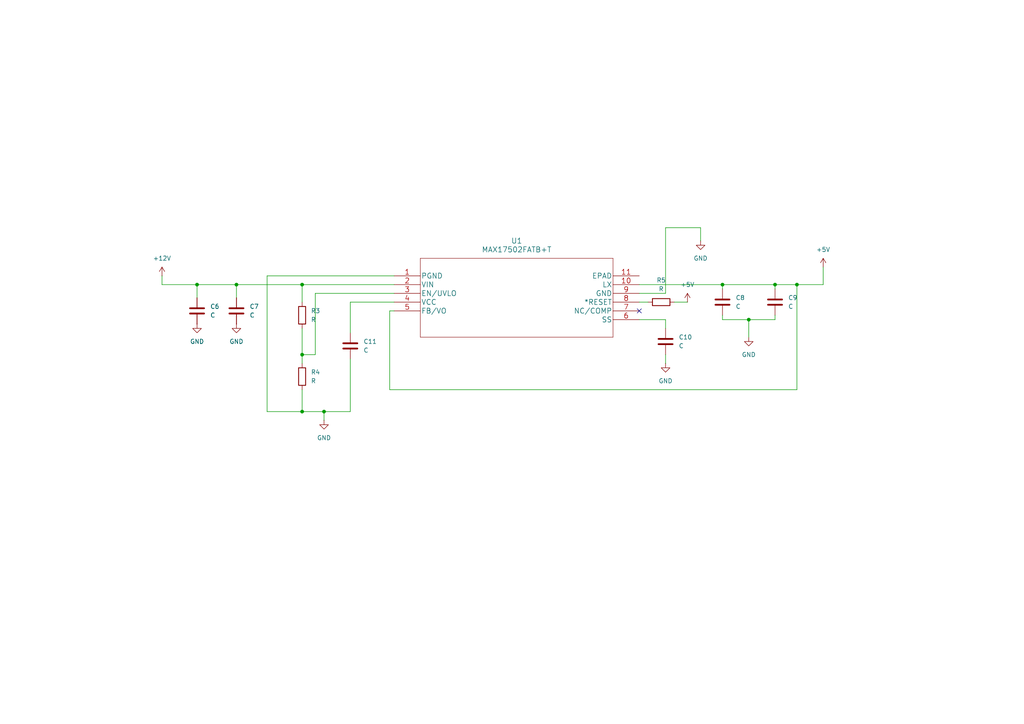
<source format=kicad_sch>
(kicad_sch (version 20231120) (generator "eeschema") (generator_version "8.0")
  (paper "A4")
  (lib_symbols
    (symbol "Device:C" (pin_numbers hide) (pin_names (offset 0.254))
      (property "Reference" "C" (at 0.635 2.54 0))
      (property "Value" "C" (at 0.635 -2.54 0))
      (symbol "C_0_1"
        (polyline (pts (xy -2.032 -0.762) (xy 2.032 -0.762)) (stroke (width 0.508)))
        (polyline (pts (xy -2.032 0.762) (xy 2.032 0.762)) (stroke (width 0.508)))
      )
      (symbol "C_1_1"
        (pin passive line (at 0 3.81 270) (length 2.794) (name "~") (number "1"))
        (pin passive line (at 0 -3.81 90) (length 2.794) (name "~") (number "2"))
      )
    )
    (symbol "Device:R" (pin_numbers hide) (pin_names (offset 0))
      (property "Reference" "R" (at 2.032 0 90))
      (property "Value" "R" (at 0 0 90))
      (symbol "R_0_1"
        (rectangle (start -1.016 -2.54) (end 1.016 2.54) (stroke (width 0.254)))
      )
      (symbol "R_1_1"
        (pin passive line (at 0 3.81 270) (length 1.27) (name "~") (number "1"))
        (pin passive line (at 0 -3.81 90) (length 1.27) (name "~") (number "2"))
      )
    )
    (symbol "lysimeter_symbols:MAX17502FATB+T" (pin_names (offset 0.254))
      (property "Reference" "U" (at 35.56 10.16 0))
      (property "Value" "MAX17502FATB+T" (at 35.56 7.62 0))
      (symbol "MAX17502FATB+T_1_1"
        (polyline (pts (xy 7.62 -17.78) (xy 63.5 -17.78)) (stroke (width 0.127)))
        (polyline (pts (xy 7.62 5.08) (xy 7.62 -17.78)) (stroke (width 0.127)))
        (polyline (pts (xy 63.5 -17.78) (xy 63.5 5.08)) (stroke (width 0.127)))
        (polyline (pts (xy 63.5 5.08) (xy 7.62 5.08)) (stroke (width 0.127)))
        (pin power_in line (at 0 0 0) (length 7.62) (name "PGND") (number "1"))
        (pin unspecified line (at 71.12 -2.54 180) (length 7.62) (name "LX") (number "10"))
        (pin unspecified line (at 71.12 0 180) (length 7.62) (name "EPAD") (number "11"))
        (pin input line (at 0 -2.54 0) (length 7.62) (name "VIN") (number "2"))
        (pin bidirectional line (at 0 -5.08 0) (length 7.62) (name "EN/UVLO") (number "3"))
        (pin power_in line (at 0 -7.62 0) (length 7.62) (name "VCC") (number "4"))
        (pin bidirectional line (at 0 -10.16 0) (length 7.62) (name "FB/VO") (number "5"))
        (pin input line (at 71.12 -12.7 180) (length 7.62) (name "SS") (number "6"))
        (pin bidirectional line (at 71.12 -10.16 180) (length 7.62) (name "NC/COMP") (number "7"))
        (pin output line (at 71.12 -7.62 180) (length 7.62) (name "*RESET") (number "8"))
        (pin power_in line (at 71.12 -5.08 180) (length 7.62) (name "GND") (number "9"))
      )
    )
    (symbol "power:+12V" (power) (pin_numbers hide) (pin_names (offset 0) hide)
      (property "Value" "+12V" (at 0 3.556 0))
      (symbol "+12V_0_1"
        (polyline (pts (xy -0.762 1.27) (xy 0 2.54)))
        (polyline (pts (xy 0 0) (xy 0 2.54)))
        (polyline (pts (xy 0 2.54) (xy 0.762 1.27)))
      )
      (symbol "+12V_1_1"
        (pin power_in line (at 0 0 90) (length 0) (name "~") (number "1"))
      )
    )
    (symbol "power:+5V" (power) (pin_numbers hide) (pin_names (offset 0) hide)
      (property "Value" "+5V" (at 0 3.556 0))
      (symbol "+5V_0_1"
        (polyline (pts (xy -0.762 1.27) (xy 0 2.54)))
        (polyline (pts (xy 0 0) (xy 0 2.54)))
        (polyline (pts (xy 0 2.54) (xy 0.762 1.27)))
      )
      (symbol "+5V_1_1"
        (pin power_in line (at 0 0 90) (length 0) (name "~") (number "1"))
      )
    )
    (symbol "power:GND" (power) (pin_numbers hide) (pin_names (offset 0) hide)
      (property "Value" "GND" (at 0 -3.81 0))
      (symbol "GND_0_1"
        (polyline (pts (xy 0 0) (xy 0 -1.27) (xy 1.27 -1.27) (xy 0 -2.54) (xy -1.27 -1.27) (xy 0 -1.27)))
      )
      (symbol "GND_1_1"
        (pin power_in line (at 0 0 270) (length 0) (name "~") (number "1"))
      )
    )
  )
  (junction (at 231.14 82.55))
  (junction (at 68.58 82.55))
  (junction (at 57.15 82.55))
  (junction (at 217.17 92.71))
  (junction (at 87.63 119.38))
  (junction (at 93.98 119.38))
  (junction (at 209.55 82.55))
  (junction (at 87.63 102.87))
  (junction (at 224.79 82.55))
  (junction (at 87.63 82.55))
  (no_connect (at 185.42 90.17))
  (wire (pts (xy 113.03 113.03) (xy 113.03 90.17)))
  (wire (pts (xy 87.63 119.38) (xy 93.98 119.38)))
  (wire (pts (xy 113.03 90.17) (xy 114.3 90.17)))
  (wire (pts (xy 193.04 102.87) (xy 193.04 105.41)))
  (wire (pts (xy 185.42 87.63) (xy 187.96 87.63)))
  (wire (pts (xy 224.79 91.44) (xy 224.79 92.71)))
  (wire (pts (xy 87.63 82.55) (xy 114.3 82.55)))
  (wire (pts (xy 209.55 82.55) (xy 209.55 83.82)))
  (wire (pts (xy 87.63 113.03) (xy 87.63 119.38)))
  (wire (pts (xy 224.79 82.55) (xy 231.14 82.55)))
  (wire (pts (xy 185.42 85.09) (xy 193.04 85.09)))
  (wire (pts (xy 57.15 82.55) (xy 57.15 86.36)))
  (wire (pts (xy 101.6 87.63) (xy 114.3 87.63)))
  (wire (pts (xy 209.55 82.55) (xy 224.79 82.55)))
  (wire (pts (xy 91.44 102.87) (xy 87.63 102.87)))
  (wire (pts (xy 209.55 91.44) (xy 209.55 92.71)))
  (wire (pts (xy 93.98 119.38) (xy 101.6 119.38)))
  (wire (pts (xy 114.3 85.09) (xy 91.44 85.09)))
  (wire (pts (xy 77.47 80.01) (xy 77.47 119.38)))
  (wire (pts (xy 195.58 87.63) (xy 199.39 87.63)))
  (wire (pts (xy 93.98 119.38) (xy 93.98 121.92)))
  (wire (pts (xy 87.63 82.55) (xy 87.63 87.63)))
  (wire (pts (xy 46.99 82.55) (xy 57.15 82.55)))
  (wire (pts (xy 224.79 82.55) (xy 224.79 83.82)))
  (wire (pts (xy 68.58 82.55) (xy 68.58 86.36)))
  (wire (pts (xy 193.04 66.04) (xy 203.2 66.04)))
  (wire (pts (xy 231.14 82.55) (xy 238.76 82.55)))
  (wire (pts (xy 231.14 113.03) (xy 113.03 113.03)))
  (wire (pts (xy 57.15 82.55) (xy 68.58 82.55)))
  (wire (pts (xy 193.04 85.09) (xy 193.04 66.04)))
  (wire (pts (xy 91.44 85.09) (xy 91.44 102.87)))
  (wire (pts (xy 185.42 82.55) (xy 209.55 82.55)))
  (wire (pts (xy 209.55 92.71) (xy 217.17 92.71)))
  (wire (pts (xy 231.14 82.55) (xy 231.14 113.03)))
  (wire (pts (xy 87.63 102.87) (xy 87.63 105.41)))
  (wire (pts (xy 217.17 92.71) (xy 224.79 92.71)))
  (wire (pts (xy 114.3 80.01) (xy 77.47 80.01)))
  (wire (pts (xy 68.58 82.55) (xy 87.63 82.55)))
  (wire (pts (xy 238.76 77.47) (xy 238.76 82.55)))
  (wire (pts (xy 46.99 80.01) (xy 46.99 82.55)))
  (wire (pts (xy 185.42 92.71) (xy 193.04 92.71)))
  (wire (pts (xy 193.04 92.71) (xy 193.04 95.25)))
  (wire (pts (xy 87.63 95.25) (xy 87.63 102.87)))
  (wire (pts (xy 101.6 96.52) (xy 101.6 87.63)))
  (wire (pts (xy 217.17 92.71) (xy 217.17 97.79)))
  (wire (pts (xy 77.47 119.38) (xy 87.63 119.38)))
  (wire (pts (xy 101.6 119.38) (xy 101.6 104.14)))
  (wire (pts (xy 203.2 66.04) (xy 203.2 69.85)))
  (symbol (lib_id "power:+5V") (at 238.76 77.47 0) (unit 1)
    (property "Reference" "#PWR08" (effects (hide yes)))
    (property "Value" "+5V" (at 238.76 72.39 0))
    (property "Description" "Power symbol creates a global label with name \"+5V\"" (effects (hide yes)))
  )
  (symbol (lib_id "lysimeter_symbols:MAX17502FATB+T") (at 114.3 80.01 0) (unit 1)
    (property "Reference" "U1" (at 149.86 69.85 0) (effects (font (size 1.524 1.524))))
    (property "Value" "MAX17502FATB+T" (at 149.86 72.39 0) (effects (font (size 1.524 1.524))))
    (property "Footprint" "21-0429B_MXM" (effects (hide yes)))
  )
  (symbol (lib_id "Device:R") (at 87.63 91.44 0) (unit 1)
    (property "Reference" "R3" (at 90.17 90.1699 0) (effects (justify left)))
    (property "Value" "R" (at 90.17 92.7099 0) (effects (justify left)))
    (property "Description" "Resistor" (effects (hide yes)))
  )
  (symbol (lib_id "Device:R") (at 191.77 87.63 90) (unit 1)
    (property "Reference" "R5" (at 191.77 81.28 90))
    (property "Value" "R" (at 191.77 83.82 90))
    (property "Description" "Resistor" (effects (hide yes)))
  )
  (symbol (lib_id "power:GND") (at 203.2 69.85 0) (unit 1)
    (property "Reference" "#PWR09" (effects (hide yes)))
    (property "Value" "GND" (at 203.2 74.93 0))
    (property "Description" "Power symbol creates a global label with name \"GND\" , ground" (effects (hide yes)))
  )
  (symbol (lib_id "Device:C") (at 57.15 90.17 0) (unit 1)
    (property "Reference" "C6" (at 60.96 88.8999 0) (effects (justify left)))
    (property "Value" "C" (at 60.96 91.4399 0) (effects (justify left)))
    (property "Description" "Unpolarized capacitor" (effects (hide yes)))
  )
  (symbol (lib_id "power:GND") (at 217.17 97.79 0) (unit 1)
    (property "Reference" "#PWR07" (effects (hide yes)))
    (property "Value" "GND" (at 217.17 102.87 0))
    (property "Description" "Power symbol creates a global label with name \"GND\" , ground" (effects (hide yes)))
  )
  (symbol (lib_id "power:GND") (at 93.98 121.92 0) (unit 1)
    (property "Reference" "#PWR05" (effects (hide yes)))
    (property "Value" "GND" (at 93.98 127 0))
    (property "Description" "Power symbol creates a global label with name \"GND\" , ground" (effects (hide yes)))
  )
  (symbol (lib_id "Device:C") (at 224.79 87.63 0) (unit 1)
    (property "Reference" "C9" (at 228.6 86.3599 0) (effects (justify left)))
    (property "Value" "C" (at 228.6 88.8999 0) (effects (justify left)))
    (property "Description" "Unpolarized capacitor" (effects (hide yes)))
  )
  (symbol (lib_id "power:+12V") (at 46.99 80.01 0) (unit 1)
    (property "Reference" "#PWR06" (effects (hide yes)))
    (property "Value" "+12V" (at 46.99 74.93 0))
    (property "Description" "Power symbol creates a global label with name \"+12V\"" (effects (hide yes)))
  )
  (symbol (lib_id "Device:C") (at 193.04 99.06 0) (unit 1)
    (property "Reference" "C10" (at 196.85 97.7899 0) (effects (justify left)))
    (property "Value" "C" (at 196.85 100.3299 0) (effects (justify left)))
    (property "Description" "Unpolarized capacitor" (effects (hide yes)))
  )
  (symbol (lib_id "Device:C") (at 68.58 90.17 0) (unit 1)
    (property "Reference" "C7" (at 72.39 88.8999 0) (effects (justify left)))
    (property "Value" "C" (at 72.39 91.4399 0) (effects (justify left)))
    (property "Description" "Unpolarized capacitor" (effects (hide yes)))
  )
  (symbol (lib_id "power:+5V") (at 199.39 87.63 0) (unit 1)
    (property "Reference" "#PWR010" (effects (hide yes)))
    (property "Value" "+5V" (at 199.39 82.55 0))
    (property "Description" "Power symbol creates a global label with name \"+5V\"" (effects (hide yes)))
  )
  (symbol (lib_id "Device:C") (at 209.55 87.63 0) (unit 1)
    (property "Reference" "C8" (at 213.36 86.3599 0) (effects (justify left)))
    (property "Value" "C" (at 213.36 88.8999 0) (effects (justify left)))
    (property "Description" "Unpolarized capacitor" (effects (hide yes)))
  )
  (symbol (lib_id "Device:R") (at 87.63 109.22 0) (unit 1)
    (property "Reference" "R4" (at 90.17 107.9499 0) (effects (justify left)))
    (property "Value" "R" (at 90.17 110.4899 0) (effects (justify left)))
    (property "Description" "Resistor" (effects (hide yes)))
  )
  (symbol (lib_id "power:GND") (at 57.15 93.98 0) (unit 1)
    (property "Reference" "#PWR03" (effects (hide yes)))
    (property "Value" "GND" (at 57.15 99.06 0))
    (property "Description" "Power symbol creates a global label with name \"GND\" , ground" (effects (hide yes)))
  )
  (symbol (lib_id "power:GND") (at 68.58 93.98 0) (unit 1)
    (property "Reference" "#PWR04" (effects (hide yes)))
    (property "Value" "GND" (at 68.58 99.06 0))
    (property "Description" "Power symbol creates a global label with name \"GND\" , ground" (effects (hide yes)))
  )
  (symbol (lib_id "Device:C") (at 101.6 100.33 0) (unit 1)
    (property "Reference" "C11" (at 105.41 99.0599 0) (effects (justify left)))
    (property "Value" "C" (at 105.41 101.5999 0) (effects (justify left)))
    (property "Description" "Unpolarized capacitor" (effects (hide yes)))
  )
  (symbol (lib_id "power:GND") (at 193.04 105.41 0) (unit 1)
    (property "Reference" "#PWR011" (effects (hide yes)))
    (property "Value" "GND" (at 193.04 110.49 0))
    (property "Description" "Power symbol creates a global label with name \"GND\" , ground" (effects (hide yes)))
  )
)
</source>
